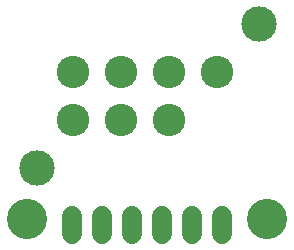
<source format=gts>
G75*
%MOIN*%
%OFA0B0*%
%FSLAX24Y24*%
%IPPOS*%
%LPD*%
%AMOC8*
5,1,8,0,0,1.08239X$1,22.5*
%
%ADD10C,0.1340*%
%ADD11C,0.1080*%
%ADD12C,0.1182*%
%ADD13C,0.0680*%
D10*
X001115Y001110D03*
X009115Y001110D03*
D11*
X005830Y004410D03*
X004230Y004410D03*
X002630Y004410D03*
X002630Y006010D03*
X004230Y006010D03*
X005830Y006010D03*
X007430Y006010D03*
D12*
X008830Y007610D03*
X001430Y002810D03*
D13*
X002615Y001210D02*
X002615Y000610D01*
X003615Y000610D02*
X003615Y001210D01*
X004615Y001210D02*
X004615Y000610D01*
X005615Y000610D02*
X005615Y001210D01*
X006615Y001210D02*
X006615Y000610D01*
X007615Y000610D02*
X007615Y001210D01*
M02*

</source>
